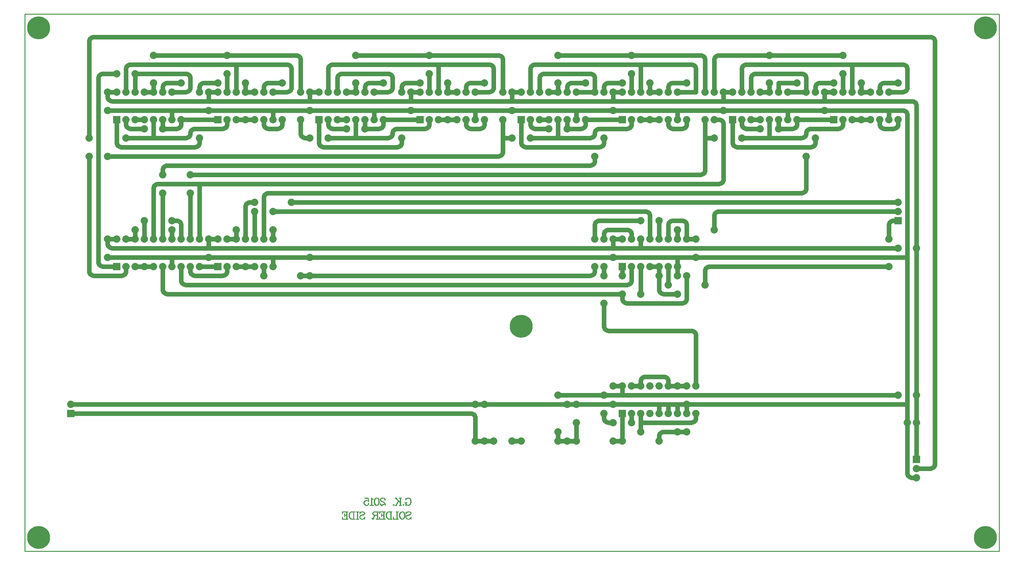
<source format=gbl>
%FSLAX23Y23*%
%MOIN*%
G70*
G01*
G75*
%ADD10C,0.050*%
%ADD11C,0.050*%
%ADD12C,0.010*%
%ADD13C,0.009*%
%ADD14R,0.080X0.080*%
%ADD15C,0.080*%
%ADD16C,0.250*%
D10*
X9595Y6520D02*
X9594Y6530D01*
X9591Y6539D01*
X9587Y6548D01*
X9580Y6555D01*
X9573Y6562D01*
X9564Y6566D01*
X9555Y6569D01*
X9545Y6570D01*
X11695Y6920D02*
X11694Y6930D01*
X11691Y6939D01*
X11687Y6948D01*
X11680Y6955D01*
X11673Y6962D01*
X11664Y6966D01*
X11655Y6969D01*
X11645Y6970D01*
X11445D02*
X11435Y6969D01*
X11426Y6966D01*
X11417Y6962D01*
X11410Y6955D01*
X11403Y6948D01*
X11399Y6939D01*
X11396Y6930D01*
X11395Y6920D01*
X14395Y9920D02*
X14394Y9930D01*
X14391Y9939D01*
X14387Y9948D01*
X14380Y9955D01*
X14373Y9962D01*
X14364Y9966D01*
X14355Y9969D01*
X14345Y9970D01*
X5595Y10020D02*
X5596Y10010D01*
X5599Y10001D01*
X5603Y9992D01*
X5610Y9985D01*
X5617Y9978D01*
X5626Y9974D01*
X5635Y9971D01*
X5645Y9970D01*
X10995Y6520D02*
X10996Y6510D01*
X10999Y6501D01*
X11003Y6492D01*
X11010Y6485D01*
X11017Y6478D01*
X11026Y6474D01*
X11035Y6471D01*
X11045Y6470D01*
X5595Y8420D02*
X5596Y8410D01*
X5599Y8401D01*
X5603Y8392D01*
X5610Y8385D01*
X5617Y8378D01*
X5626Y8374D01*
X5635Y8371D01*
X5645Y8370D01*
X11645Y6370D02*
X11635Y6369D01*
X11626Y6366D01*
X11617Y6362D01*
X11610Y6355D01*
X11603Y6348D01*
X11599Y6339D01*
X11596Y6330D01*
X11595Y6320D01*
X11995Y7420D02*
X11994Y7430D01*
X11991Y7439D01*
X11987Y7448D01*
X11980Y7455D01*
X11973Y7462D01*
X11964Y7466D01*
X11955Y7469D01*
X11945Y7470D01*
Y6470D02*
X11955Y6471D01*
X11964Y6474D01*
X11973Y6478D01*
X11980Y6485D01*
X11987Y6492D01*
X11991Y6501D01*
X11994Y6510D01*
X11995Y6520D01*
X11295Y8520D02*
X11294Y8530D01*
X11291Y8539D01*
X11287Y8548D01*
X11280Y8555D01*
X11273Y8562D01*
X11264Y8566D01*
X11255Y8569D01*
X11245Y8570D01*
X11045D02*
X11035Y8569D01*
X11026Y8566D01*
X11017Y8562D01*
X11010Y8555D01*
X11003Y8548D01*
X10999Y8539D01*
X10996Y8530D01*
X10995Y8520D01*
Y7520D02*
X10996Y7510D01*
X10999Y7501D01*
X11003Y7492D01*
X11010Y7485D01*
X11017Y7478D01*
X11026Y7474D01*
X11035Y7471D01*
X11045Y7470D01*
X14295Y9820D02*
X14294Y9830D01*
X14291Y9839D01*
X14287Y9848D01*
X14280Y9855D01*
X14273Y9862D01*
X14264Y9866D01*
X14255Y9869D01*
X14245Y9870D01*
X14295Y5920D02*
X14296Y5910D01*
X14299Y5901D01*
X14303Y5892D01*
X14310Y5885D01*
X14317Y5878D01*
X14326Y5874D01*
X14335Y5871D01*
X14345Y5870D01*
X14595Y10620D02*
X14594Y10630D01*
X14591Y10639D01*
X14587Y10648D01*
X14580Y10655D01*
X14573Y10662D01*
X14564Y10666D01*
X14555Y10669D01*
X14545Y10670D01*
X6845Y9670D02*
X6855Y9671D01*
X6864Y9674D01*
X6873Y9678D01*
X6880Y9685D01*
X6887Y9692D01*
X6891Y9701D01*
X6894Y9710D01*
X6895Y9720D01*
X14545Y5970D02*
X14555Y5971D01*
X14564Y5974D01*
X14573Y5978D01*
X14580Y5985D01*
X14587Y5992D01*
X14591Y6001D01*
X14594Y6010D01*
X14595Y6020D01*
X6545Y9670D02*
X6535Y9669D01*
X6526Y9666D01*
X6517Y9662D01*
X6510Y9655D01*
X6503Y9648D01*
X6499Y9639D01*
X6496Y9630D01*
X6495Y9620D01*
X6445Y9570D02*
X6455Y9571D01*
X6464Y9574D01*
X6473Y9578D01*
X6480Y9585D01*
X6487Y9592D01*
X6491Y9601D01*
X6494Y9610D01*
X6495Y9620D01*
X5445Y10670D02*
X5435Y10669D01*
X5426Y10666D01*
X5417Y10662D01*
X5410Y10655D01*
X5403Y10648D01*
X5399Y10639D01*
X5396Y10630D01*
X5395Y10620D01*
X11245Y9670D02*
X11255Y9671D01*
X11264Y9674D01*
X11273Y9678D01*
X11280Y9685D01*
X11287Y9692D01*
X11291Y9701D01*
X11294Y9710D01*
X11295Y9720D01*
X9895Y10420D02*
X9894Y10430D01*
X9891Y10439D01*
X9887Y10448D01*
X9880Y10455D01*
X9873Y10462D01*
X9864Y10466D01*
X9855Y10469D01*
X9845Y10470D01*
X10945Y9670D02*
X10935Y9669D01*
X10926Y9666D01*
X10917Y9662D01*
X10910Y9655D01*
X10903Y9648D01*
X10899Y9639D01*
X10896Y9630D01*
X10895Y9620D01*
X10845Y9570D02*
X10855Y9571D01*
X10864Y9574D01*
X10873Y9578D01*
X10880Y9585D01*
X10887Y9592D01*
X10891Y9601D01*
X10894Y9610D01*
X10895Y9620D01*
X9845Y9370D02*
X9855Y9371D01*
X9864Y9374D01*
X9873Y9378D01*
X9880Y9385D01*
X9887Y9392D01*
X9891Y9401D01*
X9894Y9410D01*
X9895Y9420D01*
X5745Y8070D02*
X5755Y8071D01*
X5764Y8074D01*
X5773Y8078D01*
X5780Y8085D01*
X5787Y8092D01*
X5791Y8101D01*
X5794Y8110D01*
X5795Y8120D01*
X5395D02*
X5396Y8110D01*
X5399Y8101D01*
X5403Y8092D01*
X5410Y8085D01*
X5417Y8078D01*
X5426Y8074D01*
X5435Y8071D01*
X5445Y8070D01*
X6645Y10170D02*
X6635Y10169D01*
X6626Y10166D01*
X6617Y10162D01*
X6610Y10155D01*
X6603Y10148D01*
X6599Y10139D01*
X6596Y10130D01*
X6595Y10120D01*
X6545Y9470D02*
X6555Y9471D01*
X6564Y9474D01*
X6573Y9478D01*
X6580Y9485D01*
X6587Y9492D01*
X6591Y9501D01*
X6594Y9510D01*
X6595Y9520D01*
X5695D02*
X5696Y9510D01*
X5699Y9501D01*
X5703Y9492D01*
X5710Y9485D01*
X5717Y9478D01*
X5726Y9474D01*
X5735Y9471D01*
X5745Y9470D01*
X7445Y9670D02*
X7455Y9671D01*
X7464Y9674D01*
X7473Y9678D01*
X7480Y9685D01*
X7487Y9692D01*
X7491Y9701D01*
X7494Y9710D01*
X7495Y9720D01*
X7345Y10170D02*
X7335Y10169D01*
X7326Y10166D01*
X7317Y10162D01*
X7310Y10155D01*
X7303Y10148D01*
X7299Y10139D01*
X7296Y10130D01*
X7295Y10120D01*
Y9720D02*
X7296Y9710D01*
X7299Y9701D01*
X7303Y9692D01*
X7310Y9685D01*
X7317Y9678D01*
X7326Y9674D01*
X7335Y9671D01*
X7345Y9670D01*
X7595Y10320D02*
X7594Y10330D01*
X7591Y10339D01*
X7587Y10348D01*
X7580Y10355D01*
X7573Y10362D01*
X7564Y10366D01*
X7555Y10369D01*
X7545Y10370D01*
Y10070D02*
X7555Y10071D01*
X7564Y10074D01*
X7573Y10078D01*
X7580Y10085D01*
X7587Y10092D01*
X7591Y10101D01*
X7594Y10110D01*
X7595Y10120D01*
X5845Y10370D02*
X5835Y10369D01*
X5826Y10366D01*
X5817Y10362D01*
X5810Y10355D01*
X5803Y10348D01*
X5799Y10339D01*
X5796Y10330D01*
X5795Y10320D01*
X9045Y9670D02*
X9055Y9671D01*
X9064Y9674D01*
X9073Y9678D01*
X9080Y9685D01*
X9087Y9692D01*
X9091Y9701D01*
X9094Y9710D01*
X9095Y9720D01*
X8745Y9670D02*
X8735Y9669D01*
X8726Y9666D01*
X8717Y9662D01*
X8710Y9655D01*
X8703Y9648D01*
X8699Y9639D01*
X8696Y9630D01*
X8695Y9620D01*
X8645Y9570D02*
X8655Y9571D01*
X8664Y9574D01*
X8673Y9578D01*
X8680Y9585D01*
X8687Y9592D01*
X8691Y9601D01*
X8694Y9610D01*
X8695Y9620D01*
X7695Y10420D02*
X7694Y10430D01*
X7691Y10439D01*
X7687Y10448D01*
X7680Y10455D01*
X7673Y10462D01*
X7664Y10466D01*
X7655Y10469D01*
X7645Y10470D01*
X7695Y9620D02*
X7696Y9610D01*
X7699Y9601D01*
X7703Y9592D01*
X7710Y9585D01*
X7717Y9578D01*
X7726Y9574D01*
X7735Y9571D01*
X7745Y9570D01*
X9795Y10320D02*
X9794Y10330D01*
X9791Y10339D01*
X9787Y10348D01*
X9780Y10355D01*
X9773Y10362D01*
X9764Y10366D01*
X9755Y10369D01*
X9745Y10370D01*
Y10070D02*
X9755Y10071D01*
X9764Y10074D01*
X9773Y10078D01*
X9780Y10085D01*
X9787Y10092D01*
X9791Y10101D01*
X9794Y10110D01*
X9795Y10120D01*
X8045Y10370D02*
X8035Y10369D01*
X8026Y10366D01*
X8017Y10362D01*
X8010Y10355D01*
X8003Y10348D01*
X7999Y10339D01*
X7996Y10330D01*
X7995Y10320D01*
X8695Y10220D02*
X8694Y10230D01*
X8691Y10239D01*
X8687Y10248D01*
X8680Y10255D01*
X8673Y10262D01*
X8664Y10266D01*
X8655Y10269D01*
X8645Y10270D01*
Y10070D02*
X8655Y10071D01*
X8664Y10074D01*
X8673Y10078D01*
X8680Y10085D01*
X8687Y10092D01*
X8691Y10101D01*
X8694Y10110D01*
X8695Y10120D01*
X8145Y10270D02*
X8135Y10269D01*
X8126Y10266D01*
X8117Y10262D01*
X8110Y10255D01*
X8103Y10248D01*
X8099Y10239D01*
X8096Y10230D01*
X8095Y10220D01*
X8845Y10170D02*
X8835Y10169D01*
X8826Y10166D01*
X8817Y10162D01*
X8810Y10155D01*
X8803Y10148D01*
X8799Y10139D01*
X8796Y10130D01*
X8795Y10120D01*
X8745Y9470D02*
X8755Y9471D01*
X8764Y9474D01*
X8773Y9478D01*
X8780Y9485D01*
X8787Y9492D01*
X8791Y9501D01*
X8794Y9510D01*
X8795Y9520D01*
X7895D02*
X7896Y9510D01*
X7899Y9501D01*
X7903Y9492D01*
X7910Y9485D01*
X7917Y9478D01*
X7926Y9474D01*
X7935Y9471D01*
X7945Y9470D01*
X8445Y10170D02*
X8435Y10169D01*
X8426Y10166D01*
X8417Y10162D01*
X8410Y10155D01*
X8403Y10148D01*
X8399Y10139D01*
X8396Y10130D01*
X8395Y10120D01*
X8545Y9670D02*
X8555Y9671D01*
X8564Y9674D01*
X8573Y9678D01*
X8580Y9685D01*
X8587Y9692D01*
X8591Y9701D01*
X8594Y9710D01*
X8595Y9720D01*
X7995D02*
X7996Y9710D01*
X7999Y9701D01*
X8003Y9692D01*
X8010Y9685D01*
X8017Y9678D01*
X8026Y9674D01*
X8035Y9671D01*
X8045Y9670D01*
X9645D02*
X9655Y9671D01*
X9664Y9674D01*
X9673Y9678D01*
X9680Y9685D01*
X9687Y9692D01*
X9691Y9701D01*
X9694Y9710D01*
X9695Y9720D01*
X9545Y10170D02*
X9535Y10169D01*
X9526Y10166D01*
X9517Y10162D01*
X9510Y10155D01*
X9503Y10148D01*
X9499Y10139D01*
X9496Y10130D01*
X9495Y10120D01*
Y9720D02*
X9496Y9710D01*
X9499Y9701D01*
X9503Y9692D01*
X9510Y9685D01*
X9517Y9678D01*
X9526Y9674D01*
X9535Y9671D01*
X9545Y9670D01*
X11995Y10320D02*
X11994Y10330D01*
X11991Y10339D01*
X11987Y10348D01*
X11980Y10355D01*
X11973Y10362D01*
X11964Y10366D01*
X11955Y10369D01*
X11945Y10370D01*
X10245D02*
X10235Y10369D01*
X10226Y10366D01*
X10217Y10362D01*
X10210Y10355D01*
X10203Y10348D01*
X10199Y10339D01*
X10196Y10330D01*
X10195Y10320D01*
X10895Y10220D02*
X10894Y10230D01*
X10891Y10239D01*
X10887Y10248D01*
X10880Y10255D01*
X10873Y10262D01*
X10864Y10266D01*
X10855Y10269D01*
X10845Y10270D01*
Y9270D02*
X10855Y9271D01*
X10864Y9274D01*
X10873Y9278D01*
X10880Y9285D01*
X10887Y9292D01*
X10891Y9301D01*
X10894Y9310D01*
X10895Y9320D01*
X10345Y10270D02*
X10335Y10269D01*
X10326Y10266D01*
X10317Y10262D01*
X10310Y10255D01*
X10303Y10248D01*
X10299Y10239D01*
X10296Y10230D01*
X10295Y10220D01*
X6245Y9270D02*
X6235Y9269D01*
X6226Y9266D01*
X6217Y9262D01*
X6210Y9255D01*
X6203Y9248D01*
X6199Y9239D01*
X6196Y9230D01*
X6195Y9220D01*
X10645Y10170D02*
X10635Y10169D01*
X10626Y10166D01*
X10617Y10162D01*
X10610Y10155D01*
X10603Y10148D01*
X10599Y10139D01*
X10596Y10130D01*
X10595Y10120D01*
X10745Y9670D02*
X10755Y9671D01*
X10764Y9674D01*
X10773Y9678D01*
X10780Y9685D01*
X10787Y9692D01*
X10791Y9701D01*
X10794Y9710D01*
X10795Y9720D01*
X10195D02*
X10196Y9710D01*
X10199Y9701D01*
X10203Y9692D01*
X10210Y9685D01*
X10217Y9678D01*
X10226Y9674D01*
X10235Y9671D01*
X10245Y9670D01*
X11045Y10170D02*
X11035Y10169D01*
X11026Y10166D01*
X11017Y10162D01*
X11010Y10155D01*
X11003Y10148D01*
X10999Y10139D01*
X10996Y10130D01*
X10995Y10120D01*
X10945Y9470D02*
X10955Y9471D01*
X10964Y9474D01*
X10973Y9478D01*
X10980Y9485D01*
X10987Y9492D01*
X10991Y9501D01*
X10994Y9510D01*
X10995Y9520D01*
X10095D02*
X10096Y9510D01*
X10099Y9501D01*
X10103Y9492D01*
X10110Y9485D01*
X10117Y9478D01*
X10126Y9474D01*
X10135Y9471D01*
X10145Y9470D01*
X11845Y9670D02*
X11855Y9671D01*
X11864Y9674D01*
X11873Y9678D01*
X11880Y9685D01*
X11887Y9692D01*
X11891Y9701D01*
X11894Y9710D01*
X11895Y9720D01*
X11745Y10170D02*
X11735Y10169D01*
X11726Y10166D01*
X11717Y10162D01*
X11710Y10155D01*
X11703Y10148D01*
X11699Y10139D01*
X11696Y10130D01*
X11695Y10120D01*
Y9720D02*
X11696Y9710D01*
X11699Y9701D01*
X11703Y9692D01*
X11710Y9685D01*
X11717Y9678D01*
X11726Y9674D01*
X11735Y9671D01*
X11745Y9670D01*
X13545D02*
X13555Y9671D01*
X13564Y9674D01*
X13573Y9678D01*
X13580Y9685D01*
X13587Y9692D01*
X13591Y9701D01*
X13594Y9710D01*
X13595Y9720D01*
X12095Y10420D02*
X12094Y10430D01*
X12091Y10439D01*
X12087Y10448D01*
X12080Y10455D01*
X12073Y10462D01*
X12064Y10466D01*
X12055Y10469D01*
X12045Y10470D01*
X13245Y9670D02*
X13235Y9669D01*
X13226Y9666D01*
X13217Y9662D01*
X13210Y9655D01*
X13203Y9648D01*
X13199Y9639D01*
X13196Y9630D01*
X13195Y9620D01*
X13145Y9570D02*
X13155Y9571D01*
X13164Y9574D01*
X13173Y9578D01*
X13180Y9585D01*
X13187Y9592D01*
X13191Y9601D01*
X13194Y9610D01*
X13195Y9620D01*
X12045Y9170D02*
X12055Y9171D01*
X12064Y9174D01*
X12073Y9178D01*
X12080Y9185D01*
X12087Y9192D01*
X12091Y9201D01*
X12094Y9210D01*
X12095Y9220D01*
X6845Y8070D02*
X6855Y8071D01*
X6864Y8074D01*
X6873Y8078D01*
X6880Y8085D01*
X6887Y8092D01*
X6891Y8101D01*
X6894Y8110D01*
X6895Y8120D01*
X6495D02*
X6496Y8110D01*
X6499Y8101D01*
X6503Y8092D01*
X6510Y8085D01*
X6517Y8078D01*
X6526Y8074D01*
X6535Y8071D01*
X6545Y8070D01*
X12295Y9720D02*
X12294Y9730D01*
X12291Y9739D01*
X12287Y9748D01*
X12280Y9755D01*
X12273Y9762D01*
X12264Y9766D01*
X12255Y9769D01*
X12245Y9770D01*
Y9070D02*
X12255Y9071D01*
X12264Y9074D01*
X12273Y9078D01*
X12280Y9085D01*
X12287Y9092D01*
X12291Y9101D01*
X12294Y9110D01*
X12295Y9120D01*
X12245Y10470D02*
X12235Y10469D01*
X12226Y10466D01*
X12217Y10462D01*
X12210Y10455D01*
X12203Y10448D01*
X12199Y10439D01*
X12196Y10430D01*
X12195Y10420D01*
X6145Y9070D02*
X6135Y9069D01*
X6126Y9066D01*
X6117Y9062D01*
X6110Y9055D01*
X6103Y9048D01*
X6099Y9039D01*
X6096Y9030D01*
X6095Y9020D01*
X14295Y10320D02*
X14294Y10330D01*
X14291Y10339D01*
X14287Y10348D01*
X14280Y10355D01*
X14273Y10362D01*
X14264Y10366D01*
X14255Y10369D01*
X14245Y10370D01*
Y10070D02*
X14255Y10071D01*
X14264Y10074D01*
X14273Y10078D01*
X14280Y10085D01*
X14287Y10092D01*
X14291Y10101D01*
X14294Y10110D01*
X14295Y10120D01*
X12545Y10370D02*
X12535Y10369D01*
X12526Y10366D01*
X12517Y10362D01*
X12510Y10355D01*
X12503Y10348D01*
X12499Y10339D01*
X12496Y10330D01*
X12495Y10320D01*
X13195Y10220D02*
X13194Y10230D01*
X13191Y10239D01*
X13187Y10248D01*
X13180Y10255D01*
X13173Y10262D01*
X13164Y10266D01*
X13155Y10269D01*
X13145Y10270D01*
Y8970D02*
X13155Y8971D01*
X13164Y8974D01*
X13173Y8978D01*
X13180Y8985D01*
X13187Y8992D01*
X13191Y9001D01*
X13194Y9010D01*
X13195Y9020D01*
X12645Y10270D02*
X12635Y10269D01*
X12626Y10266D01*
X12617Y10262D01*
X12610Y10255D01*
X12603Y10248D01*
X12599Y10239D01*
X12596Y10230D01*
X12595Y10220D01*
X7345Y8970D02*
X7335Y8969D01*
X7326Y8966D01*
X7317Y8962D01*
X7310Y8955D01*
X7303Y8948D01*
X7299Y8939D01*
X7296Y8930D01*
X7295Y8920D01*
X13345Y10170D02*
X13335Y10169D01*
X13326Y10166D01*
X13317Y10162D01*
X13310Y10155D01*
X13303Y10148D01*
X13299Y10139D01*
X13296Y10130D01*
X13295Y10120D01*
X13245Y9470D02*
X13255Y9471D01*
X13264Y9474D01*
X13273Y9478D01*
X13280Y9485D01*
X13287Y9492D01*
X13291Y9501D01*
X13294Y9510D01*
X13295Y9520D01*
X12395D02*
X12396Y9510D01*
X12399Y9501D01*
X12403Y9492D01*
X12410Y9485D01*
X12417Y9478D01*
X12426Y9474D01*
X12435Y9471D01*
X12445Y9470D01*
X14145Y9670D02*
X14155Y9671D01*
X14164Y9674D01*
X14173Y9678D01*
X14180Y9685D01*
X14187Y9692D01*
X14191Y9701D01*
X14194Y9710D01*
X14195Y9720D01*
X14045Y10170D02*
X14035Y10169D01*
X14026Y10166D01*
X14017Y10162D01*
X14010Y10155D01*
X14003Y10148D01*
X13999Y10139D01*
X13996Y10130D01*
X13995Y10120D01*
Y9720D02*
X13996Y9710D01*
X13999Y9701D01*
X14003Y9692D01*
X14010Y9685D01*
X14017Y9678D01*
X14026Y9674D01*
X14035Y9671D01*
X14045Y9670D01*
X13045D02*
X13055Y9671D01*
X13064Y9674D01*
X13073Y9678D01*
X13080Y9685D01*
X13087Y9692D01*
X13091Y9701D01*
X13094Y9710D01*
X13095Y9720D01*
X12495D02*
X12496Y9710D01*
X12499Y9701D01*
X12503Y9692D01*
X12510Y9685D01*
X12517Y9678D01*
X12526Y9674D01*
X12535Y9671D01*
X12545Y9670D01*
X7145Y8870D02*
X7135Y8869D01*
X7126Y8866D01*
X7117Y8862D01*
X7110Y8855D01*
X7103Y8848D01*
X7099Y8839D01*
X7096Y8830D01*
X7095Y8820D01*
X10945Y8670D02*
X10935Y8669D01*
X10926Y8666D01*
X10917Y8662D01*
X10910Y8655D01*
X10903Y8648D01*
X10899Y8639D01*
X10896Y8630D01*
X10895Y8620D01*
X10845Y8070D02*
X10855Y8071D01*
X10864Y8074D01*
X10873Y8078D01*
X10880Y8085D01*
X10887Y8092D01*
X10891Y8101D01*
X10894Y8110D01*
X10895Y8120D01*
X11495Y8720D02*
X11494Y8730D01*
X11491Y8739D01*
X11487Y8748D01*
X11480Y8755D01*
X11473Y8762D01*
X11464Y8766D01*
X11455Y8769D01*
X11445Y8770D01*
X11895Y8620D02*
X11894Y8630D01*
X11891Y8639D01*
X11887Y8648D01*
X11880Y8655D01*
X11873Y8662D01*
X11864Y8666D01*
X11855Y8669D01*
X11845Y8670D01*
X11745D02*
X11735Y8669D01*
X11726Y8666D01*
X11717Y8662D01*
X11710Y8655D01*
X11703Y8648D01*
X11699Y8639D01*
X11696Y8630D01*
X11695Y8620D01*
X12245Y8770D02*
X12235Y8769D01*
X12226Y8766D01*
X12217Y8762D01*
X12210Y8755D01*
X12203Y8748D01*
X12199Y8739D01*
X12196Y8730D01*
X12195Y8720D01*
X14145Y8670D02*
X14135Y8669D01*
X14126Y8666D01*
X14117Y8662D01*
X14110Y8655D01*
X14103Y8648D01*
X14099Y8639D01*
X14096Y8630D01*
X14095Y8620D01*
X12145Y8170D02*
X12135Y8169D01*
X12126Y8166D01*
X12117Y8162D01*
X12110Y8155D01*
X12103Y8148D01*
X12099Y8139D01*
X12096Y8130D01*
X12095Y8120D01*
X11845Y7770D02*
X11855Y7771D01*
X11864Y7774D01*
X11873Y7778D01*
X11880Y7785D01*
X11887Y7792D01*
X11891Y7801D01*
X11894Y7810D01*
X11895Y7820D01*
X11195D02*
X11196Y7810D01*
X11199Y7801D01*
X11203Y7792D01*
X11210Y7785D01*
X11217Y7778D01*
X11226Y7774D01*
X11235Y7771D01*
X11245Y7770D01*
X6195Y7920D02*
X6196Y7910D01*
X6199Y7901D01*
X6203Y7892D01*
X6210Y7885D01*
X6217Y7878D01*
X6226Y7874D01*
X6235Y7871D01*
X6245Y7870D01*
X11595Y7920D02*
X11596Y7910D01*
X11599Y7901D01*
X11603Y7892D01*
X11610Y7885D01*
X11617Y7878D01*
X11626Y7874D01*
X11635Y7871D01*
X11645Y7870D01*
X11245Y7970D02*
X11255Y7971D01*
X11264Y7974D01*
X11273Y7978D01*
X11280Y7985D01*
X11287Y7992D01*
X11291Y8001D01*
X11294Y8010D01*
X11295Y8020D01*
X6395D02*
X6396Y8010D01*
X6399Y8001D01*
X6403Y7992D01*
X6410Y7985D01*
X6417Y7978D01*
X6426Y7974D01*
X6435Y7971D01*
X6445Y7970D01*
X6395Y8620D02*
X6394Y8630D01*
X6391Y8639D01*
X6387Y8648D01*
X6380Y8655D01*
X6373Y8662D01*
X6364Y8666D01*
X6355Y8669D01*
X6345Y8670D01*
X6495Y10220D02*
X6494Y10230D01*
X6491Y10239D01*
X6487Y10248D01*
X6480Y10255D01*
X6473Y10262D01*
X6464Y10266D01*
X6455Y10269D01*
X6445Y10270D01*
Y10070D02*
X6455Y10071D01*
X6464Y10074D01*
X6473Y10078D01*
X6480Y10085D01*
X6487Y10092D01*
X6491Y10101D01*
X6494Y10110D01*
X6495Y10120D01*
X5545Y10270D02*
X5535Y10269D01*
X5526Y10266D01*
X5517Y10262D01*
X5510Y10255D01*
X5503Y10248D01*
X5499Y10239D01*
X5496Y10230D01*
X5495Y10220D01*
Y8220D02*
X5496Y8210D01*
X5499Y8201D01*
X5503Y8192D01*
X5510Y8185D01*
X5517Y8178D01*
X5526Y8174D01*
X5535Y8171D01*
X5545Y8170D01*
X6245Y10170D02*
X6235Y10169D01*
X6226Y10166D01*
X6217Y10162D01*
X6210Y10155D01*
X6203Y10148D01*
X6199Y10139D01*
X6196Y10130D01*
X6195Y10120D01*
X6345Y9670D02*
X6355Y9671D01*
X6364Y9674D01*
X6373Y9678D01*
X6380Y9685D01*
X6387Y9692D01*
X6391Y9701D01*
X6394Y9710D01*
X6395Y9720D01*
X5795D02*
X5796Y9710D01*
X5799Y9701D01*
X5803Y9692D01*
X5810Y9685D01*
X5817Y9678D01*
X5826Y9674D01*
X5835Y9671D01*
X5845Y9670D01*
X9595Y6270D02*
Y6520D01*
X5195Y6570D02*
X9545D01*
X11695Y6870D02*
Y6920D01*
X11445Y6970D02*
X11645D01*
X11395Y6870D02*
Y6920D01*
X5645Y9970D02*
X14345D01*
X5645Y8370D02*
X14195D01*
X14395Y6070D02*
Y9920D01*
X10495Y6770D02*
X14195D01*
X13395Y9970D02*
Y10070D01*
X12295Y9970D02*
Y10070D01*
X11095Y9970D02*
Y10070D01*
X11395Y8370D02*
Y8470D01*
X11095Y8370D02*
Y8470D01*
X11195Y6770D02*
Y6870D01*
X9995Y9970D02*
Y10070D01*
X8895Y9970D02*
Y10070D01*
X7795Y9970D02*
Y10070D01*
X6695Y9970D02*
Y10070D01*
X5595Y10020D02*
Y10070D01*
X10995Y6520D02*
Y6570D01*
X11045Y6470D02*
X11095D01*
X5595Y8420D02*
Y8470D01*
X6695Y8370D02*
Y8470D01*
X11645Y6370D02*
X11895D01*
X11595Y6270D02*
Y6320D01*
X11395Y6370D02*
Y6570D01*
X11995Y6870D02*
Y7420D01*
X11295Y8470D02*
Y8520D01*
X11995Y6520D02*
Y6570D01*
X11395Y6470D02*
X11945D01*
X11045Y8570D02*
X11245D01*
X10995Y8470D02*
Y8520D01*
X11045Y7470D02*
X11945D01*
X10995Y7520D02*
Y7770D01*
X5595Y9870D02*
X14245D01*
X5595Y8270D02*
X14295D01*
X11795Y8070D02*
Y8270D01*
X11695Y6870D02*
X11895D01*
X14295Y5920D02*
Y9820D01*
X5195Y6670D02*
X14295D01*
X14095Y9770D02*
Y9870D01*
X12995Y9770D02*
Y9870D01*
X11795Y9770D02*
Y9870D01*
X14345Y5870D02*
X14395D01*
X11895Y6570D02*
Y6670D01*
X11795Y6570D02*
Y6670D01*
X11695Y6570D02*
Y6670D01*
X11595Y6570D02*
Y6670D01*
X10695Y9770D02*
Y9870D01*
X9595Y9770D02*
Y9870D01*
X8495Y9770D02*
Y9870D01*
X7395Y9770D02*
Y9870D01*
X6295Y9770D02*
Y9870D01*
X7395Y8170D02*
Y8270D01*
X6295Y8170D02*
Y8270D01*
X5795Y9570D02*
X6445D01*
X6545Y9670D02*
X6845D01*
X14595Y6020D02*
Y10620D01*
X14395Y5970D02*
X14545D01*
X5445Y10670D02*
X14545D01*
X6095Y9570D02*
Y9770D01*
X5395Y9570D02*
Y10620D01*
X10195Y9570D02*
X10845D01*
X9895Y9420D02*
Y9770D01*
X8295Y10470D02*
X9845D01*
X10945Y9670D02*
X11245D01*
X9895Y10070D02*
Y10420D01*
X10495Y9570D02*
Y9770D01*
X9895Y9570D02*
X9995D01*
X5595Y9370D02*
X9845D01*
X5445Y8070D02*
X5745D01*
X5395Y8120D02*
Y9370D01*
X6645Y10170D02*
X6795D01*
X6595Y10070D02*
Y10120D01*
X5745Y9470D02*
X6545D01*
X5695Y9520D02*
Y9770D01*
X6895Y9720D02*
Y9770D01*
X7345Y10170D02*
X7495D01*
Y9720D02*
Y9770D01*
X7295Y10070D02*
Y10120D01*
X7345Y9670D02*
X7445D01*
X7295Y9720D02*
Y9770D01*
X5845Y10370D02*
X7545D01*
X7595Y10120D02*
Y10320D01*
X7395Y10070D02*
X7545D01*
X6995D02*
Y10370D01*
X5795Y10070D02*
Y10320D01*
X7995Y9570D02*
X8645D01*
X6095Y10470D02*
X7645D01*
X8745Y9670D02*
X9045D01*
X7695Y10070D02*
Y10420D01*
X8295Y9570D02*
Y9770D01*
X7745Y9570D02*
X7795D01*
X7695Y9620D02*
Y9770D01*
X8045Y10370D02*
X9745D01*
X9795Y10120D02*
Y10320D01*
X9595Y10070D02*
X9745D01*
X9195D02*
Y10370D01*
X7995Y10070D02*
Y10320D01*
X8695Y10120D02*
Y10220D01*
X8495Y10070D02*
X8645D01*
X8145Y10270D02*
X8645D01*
X8095Y10070D02*
Y10220D01*
X8845Y10170D02*
X8995D01*
X8795Y10070D02*
Y10120D01*
X7945Y9470D02*
X8745D01*
X7895Y9520D02*
Y9770D01*
X8445Y10170D02*
X8595D01*
X8395Y10070D02*
Y10120D01*
X8595Y9720D02*
Y9770D01*
X7995Y9720D02*
Y9770D01*
X8395Y9670D02*
X8545D01*
X8045D02*
X8195D01*
X8795Y9520D02*
Y9570D01*
X9095Y9720D02*
Y9770D01*
X9545Y9670D02*
X9645D01*
X9545Y10170D02*
X9695D01*
X9495Y10070D02*
Y10120D01*
Y9720D02*
Y9770D01*
X9695Y9720D02*
Y9770D01*
X10245Y10370D02*
X11945D01*
X11995Y10070D02*
Y10320D01*
X11395Y10070D02*
Y10370D01*
X10195Y10070D02*
Y10320D01*
X10895Y10070D02*
Y10220D01*
X10345Y10270D02*
X10845D01*
X6245Y9270D02*
X10845D01*
X10295Y10070D02*
Y10220D01*
X6195Y9170D02*
Y9220D01*
X10645Y10170D02*
X10795D01*
X10595Y10070D02*
Y10120D01*
X10195Y9720D02*
Y9770D01*
X10595Y9670D02*
X10745D01*
X10245D02*
X10395D01*
X11045Y10170D02*
X11195D01*
X10995Y10070D02*
Y10120D01*
X10145Y9470D02*
X10945D01*
X10095Y9520D02*
Y9770D01*
X11745Y9670D02*
X11845D01*
X11745Y10170D02*
X11895D01*
X11695Y10070D02*
Y10120D01*
Y9720D02*
Y9770D01*
X12495Y9570D02*
X13145D01*
X12095Y9220D02*
Y9770D01*
X10495Y10470D02*
X12045D01*
X13245Y9670D02*
X13545D01*
X12095Y10070D02*
Y10420D01*
X12795Y9570D02*
Y9770D01*
X12095Y9570D02*
X12195D01*
X6495Y9170D02*
X12045D01*
X6545Y8070D02*
X6845D01*
X6495Y8120D02*
Y8170D01*
X12245Y10470D02*
X13595D01*
X6145Y9070D02*
X12245D01*
X12295Y9120D02*
Y9720D01*
X12195Y9770D02*
X12245D01*
X12195Y10070D02*
Y10420D01*
X6595Y8470D02*
Y9070D01*
X6095Y8470D02*
Y9020D01*
X12545Y10370D02*
X14245D01*
X14295Y10120D02*
Y10320D01*
X14095Y10070D02*
X14245D01*
X13695D02*
Y10370D01*
X12495Y10070D02*
Y10320D01*
X13195Y10070D02*
Y10220D01*
X12645Y10270D02*
X13145D01*
X12595Y10070D02*
Y10220D01*
X7345Y8970D02*
X13145D01*
X7295Y8470D02*
Y8920D01*
X13345Y10170D02*
X13495D01*
X13295Y10070D02*
Y10120D01*
X12445Y9470D02*
X13245D01*
X12395Y9520D02*
Y9770D01*
X14045Y9670D02*
X14145D01*
X14045Y10170D02*
X14195D01*
X13995Y10070D02*
Y10120D01*
Y9720D02*
Y9770D01*
X14195Y9720D02*
Y9770D01*
X13595Y9720D02*
Y9770D01*
X13095Y9720D02*
Y9770D01*
X12495Y9720D02*
Y9770D01*
X12895Y9670D02*
X13045D01*
X12545D02*
X12695D01*
X13295Y9520D02*
Y9570D01*
X11895Y9720D02*
Y9770D01*
X11295Y9720D02*
Y9770D01*
X10795Y9720D02*
Y9770D01*
X10995Y9520D02*
Y9570D01*
X10895Y9320D02*
Y9370D01*
X13195Y9020D02*
Y9370D01*
X7145Y8870D02*
X7195D01*
X7095Y8470D02*
Y8820D01*
X7695Y8070D02*
X10845D01*
X10945Y8670D02*
X11395D01*
X10895Y8470D02*
Y8620D01*
X7395Y8770D02*
X11445D01*
X11495Y8470D02*
Y8720D01*
X11895Y8470D02*
Y8620D01*
X11745Y8670D02*
X11845D01*
X11695Y8470D02*
Y8620D01*
X12245Y8770D02*
X14195D01*
X12195Y8570D02*
Y8720D01*
X14145Y8670D02*
X14195D01*
X14095Y8470D02*
Y8620D01*
X12145Y8170D02*
X14095D01*
X12095Y7970D02*
Y8120D01*
X11195Y7820D02*
Y7870D01*
X11895Y7820D02*
Y8070D01*
X11245Y7770D02*
X11845D01*
X6195Y7920D02*
Y8170D01*
X6245Y7870D02*
X11195D01*
X11595Y7920D02*
Y8170D01*
X11645Y7870D02*
X11795D01*
X6395Y8470D02*
Y8620D01*
Y8020D02*
Y8170D01*
X11295Y8020D02*
Y8170D01*
X6445Y7970D02*
X11245D01*
X6295Y8670D02*
X6345D01*
X10895Y8120D02*
Y8170D01*
X6895Y8120D02*
Y8170D01*
X5795Y8120D02*
Y8170D01*
X5895Y10270D02*
X6445D01*
X6495Y10120D02*
Y10220D01*
X6295Y10070D02*
X6445D01*
X5545Y10270D02*
X5695D01*
X5545Y8170D02*
X5695D01*
X5495Y8220D02*
Y10220D01*
X6245Y10170D02*
X6395D01*
X6195Y10070D02*
Y10120D01*
X6395Y9720D02*
Y9770D01*
X5795Y9720D02*
Y9770D01*
X6195Y9670D02*
X6345D01*
X5845D02*
X5995D01*
X6595Y9520D02*
Y9570D01*
X9595Y6270D02*
X9795D01*
X9995D02*
X10095D01*
X10495D02*
X10695D01*
X10495D02*
Y6370D01*
X10695Y6270D02*
Y6470D01*
X11095Y6270D02*
X11195D01*
Y6570D01*
X11295Y6470D02*
Y6570D01*
Y6870D02*
X11395D01*
X11095D02*
X11195D01*
X10995Y8070D02*
Y8170D01*
X11595Y8470D02*
Y8670D01*
X7195Y8470D02*
Y8770D01*
X6495Y8470D02*
Y8970D01*
X6195Y8470D02*
Y8970D01*
X7595Y8870D02*
X14195D01*
X11395Y7870D02*
Y8170D01*
X11695Y7970D02*
Y8170D01*
X11895Y8470D02*
X11995D01*
X11795D02*
Y8570D01*
X11495Y8170D02*
X11595D01*
X11195Y8070D02*
Y8170D01*
X7295Y8070D02*
Y8170D01*
X11095Y8470D02*
X11195D01*
X5995D02*
Y8670D01*
X12295Y10070D02*
X12395D01*
X6595Y8170D02*
X6795D01*
X6995Y8470D02*
Y8570D01*
X6895Y8470D02*
X6995D01*
X7395D02*
Y8570D01*
X6995Y8170D02*
X7195D01*
X6695Y8470D02*
X6795D01*
X6295D02*
Y8570D01*
X5895Y8470D02*
Y8570D01*
X5795Y8470D02*
X5895D01*
Y8170D02*
X6095D01*
X5595Y8470D02*
X5695D01*
X13095Y9770D02*
X13495D01*
X13595Y10070D02*
Y10270D01*
X13795Y10070D02*
Y10170D01*
X13695Y9770D02*
X13895D01*
X13795Y10070D02*
X13895D01*
X13395D02*
X13495D01*
X12795D02*
Y10170D01*
X12695Y10070D02*
X12795D01*
X12895Y9670D02*
Y9770D01*
Y10170D02*
X13095D01*
X12895Y10070D02*
Y10170D01*
X12995Y10070D02*
X13195D01*
X12595Y9770D02*
X12695D01*
X11495Y10070D02*
Y10170D01*
X11295Y10070D02*
Y10270D01*
X10795Y9770D02*
X11195D01*
X11795Y10070D02*
X11995D01*
X11495D02*
X11595D01*
X11395Y9770D02*
X11595D01*
X11095Y10070D02*
X11195D01*
X10595Y9670D02*
Y9770D01*
X10495Y10070D02*
Y10170D01*
X10395Y10070D02*
X10495D01*
X10695D02*
X10895D01*
X10295Y9770D02*
X10395D01*
X9995Y10070D02*
X10095D01*
X6895D02*
Y10270D01*
X9095Y10070D02*
Y10270D01*
X8295Y10070D02*
Y10170D01*
X8195Y10070D02*
X8295D01*
X9295D02*
Y10170D01*
Y10070D02*
X9395D01*
X9195Y9770D02*
X9395D01*
X8895Y10070D02*
X8995D01*
X8595Y9770D02*
X8995D01*
X6095Y10070D02*
Y10170D01*
X8095Y9770D02*
X8195D01*
X8395Y9670D02*
Y9770D01*
X7795Y10070D02*
X7895D01*
X7095D02*
Y10170D01*
Y10070D02*
X7195D01*
X6995Y9770D02*
X7195D01*
X6695Y10070D02*
X6795D01*
X6395Y9770D02*
X6795D01*
X6195Y9670D02*
Y9770D01*
X5895Y10070D02*
Y10270D01*
X5995Y10070D02*
X6095D01*
X5895Y9770D02*
X5995D01*
X5595Y10070D02*
X5695D01*
D11*
X10945Y9670D02*
D03*
D03*
X8645Y9570D02*
D03*
D03*
X8795Y10070D02*
D03*
D03*
X10245Y10370D02*
D03*
D03*
X13245Y9670D02*
D03*
D03*
X12545Y10370D02*
D03*
D03*
X11745Y8670D02*
D03*
D03*
D12*
X4695Y5070D02*
Y10920D01*
X15295D01*
Y5070D02*
Y10920D01*
X4695Y5070D02*
X15295D01*
X4695Y10920D02*
X15295D01*
Y5070D02*
Y10920D01*
X4695Y5070D02*
X15295D01*
X4695D02*
Y10920D01*
D13*
X8845Y5489D02*
X8842Y5500D01*
Y5477D01*
X8845Y5489D01*
X8853Y5496D01*
X8865Y5500D01*
X8876D01*
X8887Y5496D01*
X8895Y5489D01*
Y5481D01*
X8891Y5473D01*
X8887Y5470D01*
X8880Y5466D01*
X8857Y5458D01*
X8849Y5454D01*
X8842Y5447D01*
X8895Y5481D02*
X8887Y5473D01*
X8880Y5470D01*
X8857Y5462D01*
X8849Y5458D01*
X8845Y5454D01*
X8842Y5447D01*
Y5431D01*
X8849Y5424D01*
X8861Y5420D01*
X8872D01*
X8884Y5424D01*
X8891Y5431D01*
X8895Y5443D01*
Y5420D01*
X8891Y5431D01*
X8803Y5500D02*
X8815Y5496D01*
X8822Y5489D01*
X8826Y5481D01*
X8830Y5466D01*
Y5454D01*
X8826Y5439D01*
X8822Y5431D01*
X8815Y5424D01*
X8803Y5420D01*
X8796D01*
X8784Y5424D01*
X8777Y5431D01*
X8773Y5439D01*
X8769Y5454D01*
Y5466D01*
X8773Y5481D01*
X8777Y5489D01*
X8784Y5496D01*
X8796Y5500D01*
X8803D01*
X8811Y5496D01*
X8818Y5489D01*
X8822Y5481D01*
X8826Y5466D01*
Y5454D01*
X8822Y5439D01*
X8818Y5431D01*
X8811Y5424D01*
X8803Y5420D01*
X8796D02*
X8788Y5424D01*
X8780Y5431D01*
X8777Y5439D01*
X8773Y5454D01*
Y5466D01*
X8777Y5481D01*
X8780Y5489D01*
X8788Y5496D01*
X8796Y5500D01*
X8746D02*
Y5420D01*
X8743Y5500D02*
Y5420D01*
X8758Y5500D02*
X8731D01*
X8758Y5420D02*
X8701D01*
Y5443D01*
X8705Y5420D01*
X8678Y5500D02*
Y5420D01*
X8674Y5500D02*
Y5420D01*
X8689Y5500D02*
X8651D01*
X8640Y5496D01*
X8632Y5489D01*
X8628Y5481D01*
X8625Y5470D01*
Y5450D01*
X8628Y5439D01*
X8632Y5431D01*
X8640Y5424D01*
X8651Y5420D01*
X8689D01*
X8651Y5500D02*
X8644Y5496D01*
X8636Y5489D01*
X8632Y5481D01*
X8628Y5470D01*
Y5450D01*
X8632Y5439D01*
X8636Y5431D01*
X8644Y5424D01*
X8651Y5420D01*
X8602Y5500D02*
Y5420D01*
X8599Y5500D02*
Y5420D01*
X8576Y5477D02*
Y5447D01*
X8614Y5500D02*
X8553D01*
Y5477D01*
X8557Y5500D01*
X8599Y5462D02*
X8576D01*
X8614Y5420D02*
X8553D01*
Y5443D01*
X8557Y5420D01*
X8531Y5500D02*
Y5420D01*
X8527Y5500D02*
Y5420D01*
X8542Y5500D02*
X8496D01*
X8485Y5496D01*
X8481Y5492D01*
X8477Y5485D01*
Y5477D01*
X8481Y5470D01*
X8485Y5466D01*
X8496Y5462D01*
X8527D01*
X8496Y5500D02*
X8489Y5496D01*
X8485Y5492D01*
X8481Y5485D01*
Y5477D01*
X8485Y5470D01*
X8489Y5466D01*
X8496Y5462D01*
X8542Y5420D02*
X8515D01*
X8508Y5462D02*
X8500Y5458D01*
X8496Y5454D01*
X8485Y5428D01*
X8481Y5424D01*
X8477D01*
X8473Y5428D01*
X8500Y5458D02*
X8496Y5450D01*
X8489Y5424D01*
X8485Y5420D01*
X8477D01*
X8473Y5428D01*
Y5431D01*
X8342Y5489D02*
X8338Y5500D01*
Y5477D01*
X8342Y5489D01*
X8349Y5496D01*
X8361Y5500D01*
X8372D01*
X8383Y5496D01*
X8391Y5489D01*
Y5481D01*
X8387Y5473D01*
X8383Y5470D01*
X8376Y5466D01*
X8353Y5458D01*
X8345Y5454D01*
X8338Y5447D01*
X8391Y5481D02*
X8383Y5473D01*
X8376Y5470D01*
X8353Y5462D01*
X8345Y5458D01*
X8342Y5454D01*
X8338Y5447D01*
Y5431D01*
X8345Y5424D01*
X8357Y5420D01*
X8368D01*
X8380Y5424D01*
X8387Y5431D01*
X8391Y5443D01*
Y5420D01*
X8387Y5431D01*
X8315Y5500D02*
Y5420D01*
X8311Y5500D02*
Y5420D01*
X8326Y5500D02*
X8299D01*
X8326Y5420D02*
X8299D01*
X8273Y5500D02*
Y5420D01*
X8270Y5500D02*
Y5420D01*
X8285Y5500D02*
X8247D01*
X8235Y5496D01*
X8228Y5489D01*
X8224Y5481D01*
X8220Y5470D01*
Y5450D01*
X8224Y5439D01*
X8228Y5431D01*
X8235Y5424D01*
X8247Y5420D01*
X8285D01*
X8247Y5500D02*
X8239Y5496D01*
X8232Y5489D01*
X8228Y5481D01*
X8224Y5470D01*
Y5450D01*
X8228Y5439D01*
X8232Y5431D01*
X8239Y5424D01*
X8247Y5420D01*
X8198Y5500D02*
Y5420D01*
X8194Y5500D02*
Y5420D01*
X8171Y5477D02*
Y5447D01*
X8209Y5500D02*
X8148D01*
Y5477D01*
X8152Y5500D01*
X8194Y5462D02*
X8171D01*
X8209Y5420D02*
X8148D01*
Y5443D01*
X8152Y5420D01*
X8842Y5639D02*
X8838Y5627D01*
Y5650D01*
X8842Y5639D01*
X8849Y5646D01*
X8861Y5650D01*
X8868D01*
X8880Y5646D01*
X8887Y5639D01*
X8891Y5631D01*
X8895Y5620D01*
Y5600D01*
X8891Y5589D01*
X8887Y5581D01*
X8880Y5574D01*
X8868Y5570D01*
X8861D01*
X8849Y5574D01*
X8842Y5581D01*
X8868Y5650D02*
X8876Y5646D01*
X8884Y5639D01*
X8887Y5631D01*
X8891Y5620D01*
Y5600D01*
X8887Y5589D01*
X8884Y5581D01*
X8876Y5574D01*
X8868Y5570D01*
X8842Y5600D02*
Y5570D01*
X8838Y5600D02*
Y5570D01*
X8853Y5600D02*
X8826D01*
X8812Y5578D02*
X8816Y5574D01*
X8812Y5570D01*
X8809Y5574D01*
X8812Y5578D01*
X8781Y5650D02*
Y5570D01*
X8777Y5650D02*
Y5570D01*
X8727Y5650D02*
X8777Y5600D01*
X8758Y5616D02*
X8727Y5570D01*
X8762Y5616D02*
X8731Y5570D01*
X8792Y5650D02*
X8766D01*
X8743D02*
X8720D01*
X8792Y5570D02*
X8766D01*
X8743D02*
X8720D01*
X8706Y5578D02*
X8710Y5574D01*
X8706Y5570D01*
X8702Y5574D01*
X8706Y5578D01*
X8610Y5635D02*
X8606Y5631D01*
X8610Y5627D01*
X8614Y5631D01*
Y5635D01*
X8610Y5642D01*
X8606Y5646D01*
X8595Y5650D01*
X8580D01*
X8568Y5646D01*
X8564Y5642D01*
X8561Y5635D01*
Y5627D01*
X8564Y5620D01*
X8576Y5612D01*
X8595Y5604D01*
X8602Y5600D01*
X8610Y5593D01*
X8614Y5581D01*
Y5570D01*
X8580Y5650D02*
X8572Y5646D01*
X8568Y5642D01*
X8564Y5635D01*
Y5627D01*
X8568Y5620D01*
X8580Y5612D01*
X8595Y5604D01*
X8614Y5578D02*
X8610Y5581D01*
X8602D01*
X8583Y5574D01*
X8572D01*
X8564Y5578D01*
X8561Y5581D01*
Y5589D01*
X8602Y5581D02*
X8583Y5570D01*
X8568D01*
X8564Y5574D01*
X8561Y5581D01*
X8526Y5650D02*
X8537Y5646D01*
X8545Y5635D01*
X8549Y5616D01*
Y5604D01*
X8545Y5585D01*
X8537Y5574D01*
X8526Y5570D01*
X8518D01*
X8507Y5574D01*
X8499Y5585D01*
X8495Y5604D01*
Y5616D01*
X8499Y5635D01*
X8507Y5646D01*
X8518Y5650D01*
X8526D01*
X8534Y5646D01*
X8537Y5642D01*
X8541Y5635D01*
X8545Y5616D01*
Y5604D01*
X8541Y5585D01*
X8537Y5578D01*
X8534Y5574D01*
X8526Y5570D01*
X8518D02*
X8511Y5574D01*
X8507Y5578D01*
X8503Y5585D01*
X8499Y5604D01*
Y5616D01*
X8503Y5635D01*
X8507Y5642D01*
X8511Y5646D01*
X8518Y5650D01*
X8484Y5635D02*
X8476Y5639D01*
X8465Y5650D01*
Y5570D01*
X8468Y5646D02*
Y5570D01*
X8484D02*
X8449D01*
X8428Y5650D02*
X8436Y5612D01*
X8428Y5620D01*
X8417Y5623D01*
X8405D01*
X8394Y5620D01*
X8386Y5612D01*
X8382Y5600D01*
Y5593D01*
X8386Y5581D01*
X8394Y5574D01*
X8405Y5570D01*
X8417D01*
X8428Y5574D01*
X8432Y5578D01*
X8436Y5585D01*
Y5589D01*
X8432Y5593D01*
X8428Y5589D01*
X8432Y5585D01*
X8405Y5623D02*
X8398Y5620D01*
X8390Y5612D01*
X8386Y5600D01*
Y5593D01*
X8390Y5581D01*
X8398Y5574D01*
X8405Y5570D01*
X8428Y5650D02*
X8390D01*
X8428Y5646D02*
X8409D01*
X8390Y5650D01*
D14*
X5195Y6570D02*
D03*
X14395Y6070D02*
D03*
X14195Y8670D02*
D03*
X5695Y8170D02*
D03*
X6795D02*
D03*
X5695Y9770D02*
D03*
X11195Y8170D02*
D03*
Y6570D02*
D03*
X6795Y9770D02*
D03*
X7895D02*
D03*
X8995D02*
D03*
X10095D02*
D03*
X11195D02*
D03*
X12395D02*
D03*
X13495D02*
D03*
D15*
X5195Y6670D02*
D03*
X14395Y5870D02*
D03*
Y5970D02*
D03*
X14195Y8770D02*
D03*
Y8870D02*
D03*
X10495Y6770D02*
D03*
Y6370D02*
D03*
X14295Y6470D02*
D03*
X14395D02*
D03*
X7795Y9870D02*
D03*
Y10070D02*
D03*
X10495Y6270D02*
D03*
X10095D02*
D03*
X5795Y8170D02*
D03*
X5895D02*
D03*
X5995D02*
D03*
X6095D02*
D03*
X6195D02*
D03*
X6295D02*
D03*
Y8470D02*
D03*
X6195D02*
D03*
X6095D02*
D03*
X5995D02*
D03*
X5895D02*
D03*
X5795D02*
D03*
X5695D02*
D03*
X6895Y8170D02*
D03*
X6995D02*
D03*
X7095D02*
D03*
X7195D02*
D03*
X7295D02*
D03*
X7395D02*
D03*
Y8470D02*
D03*
X7295D02*
D03*
X7195D02*
D03*
X7095D02*
D03*
X6995D02*
D03*
X6895D02*
D03*
X6795D02*
D03*
X5795Y9770D02*
D03*
X5895D02*
D03*
X5995D02*
D03*
X6095D02*
D03*
X6195D02*
D03*
X6295D02*
D03*
Y10070D02*
D03*
X6195D02*
D03*
X6095D02*
D03*
X5995D02*
D03*
X5895D02*
D03*
X5795D02*
D03*
X5695D02*
D03*
X11295Y8170D02*
D03*
X11395D02*
D03*
X11495D02*
D03*
X11595D02*
D03*
X11695D02*
D03*
X11795D02*
D03*
Y8470D02*
D03*
X11695D02*
D03*
X11595D02*
D03*
X11495D02*
D03*
X11395D02*
D03*
X11295D02*
D03*
X11195D02*
D03*
Y6870D02*
D03*
X11295D02*
D03*
X11395D02*
D03*
X11495D02*
D03*
X11595D02*
D03*
X11695D02*
D03*
X11795D02*
D03*
Y6570D02*
D03*
X11695D02*
D03*
X11595D02*
D03*
X11495D02*
D03*
X11395D02*
D03*
X11295D02*
D03*
X6895Y9770D02*
D03*
X6995D02*
D03*
X7095D02*
D03*
X7195D02*
D03*
X7295D02*
D03*
X7395D02*
D03*
Y10070D02*
D03*
X7295D02*
D03*
X7195D02*
D03*
X7095D02*
D03*
X6995D02*
D03*
X6895D02*
D03*
X6795D02*
D03*
X7895D02*
D03*
X7995D02*
D03*
X8095D02*
D03*
X8195D02*
D03*
X8295D02*
D03*
X8395D02*
D03*
X8495D02*
D03*
Y9770D02*
D03*
X8395D02*
D03*
X8295D02*
D03*
X8195D02*
D03*
X8095D02*
D03*
X7995D02*
D03*
X9095D02*
D03*
X9195D02*
D03*
X9295D02*
D03*
X9395D02*
D03*
X9495D02*
D03*
X9595D02*
D03*
Y10070D02*
D03*
X9495D02*
D03*
X9395D02*
D03*
X9295D02*
D03*
X9195D02*
D03*
X9095D02*
D03*
X8995D02*
D03*
X10095D02*
D03*
X10195D02*
D03*
X10295D02*
D03*
X10395D02*
D03*
X10495D02*
D03*
X10595D02*
D03*
X10695D02*
D03*
Y9770D02*
D03*
X10595D02*
D03*
X10495D02*
D03*
X10395D02*
D03*
X10295D02*
D03*
X10195D02*
D03*
X11295D02*
D03*
X11395D02*
D03*
X11495D02*
D03*
X11595D02*
D03*
X11695D02*
D03*
X11795D02*
D03*
Y10070D02*
D03*
X11695D02*
D03*
X11595D02*
D03*
X11495D02*
D03*
X11395D02*
D03*
X11295D02*
D03*
X11195D02*
D03*
X12395D02*
D03*
X12495D02*
D03*
X12595D02*
D03*
X12695D02*
D03*
X12795D02*
D03*
X12895D02*
D03*
X12995D02*
D03*
Y9770D02*
D03*
X12895D02*
D03*
X12795D02*
D03*
X12695D02*
D03*
X12595D02*
D03*
X12495D02*
D03*
X13595D02*
D03*
X13695D02*
D03*
X13795D02*
D03*
X13895D02*
D03*
X13995D02*
D03*
X14095D02*
D03*
Y10070D02*
D03*
X13995D02*
D03*
X13895D02*
D03*
X13795D02*
D03*
X13695D02*
D03*
X13595D02*
D03*
X13495D02*
D03*
X11795Y8070D02*
D03*
X11595D02*
D03*
X8895Y10070D02*
D03*
Y9870D02*
D03*
X9995D02*
D03*
Y10070D02*
D03*
X11095D02*
D03*
Y9870D02*
D03*
X12295D02*
D03*
Y10070D02*
D03*
X13395D02*
D03*
Y9870D02*
D03*
X5595Y8270D02*
D03*
Y8470D02*
D03*
X6695D02*
D03*
Y8270D02*
D03*
X11095D02*
D03*
Y8470D02*
D03*
Y6870D02*
D03*
Y6670D02*
D03*
X11995Y8270D02*
D03*
Y8470D02*
D03*
X7795Y8070D02*
D03*
Y8270D02*
D03*
X9995Y6270D02*
D03*
X9795D02*
D03*
X10695Y6670D02*
D03*
Y6470D02*
D03*
X11895Y6370D02*
D03*
Y6570D02*
D03*
X5595Y10070D02*
D03*
Y9870D02*
D03*
X6695D02*
D03*
Y10070D02*
D03*
X11395Y7870D02*
D03*
X11795D02*
D03*
X10695Y6270D02*
D03*
X11095D02*
D03*
X11595D02*
D03*
X11195D02*
D03*
X11795Y6370D02*
D03*
X11395D02*
D03*
X11895Y8070D02*
D03*
Y8470D02*
D03*
X7695Y8070D02*
D03*
X7295D02*
D03*
X11695Y7970D02*
D03*
X12095D02*
D03*
X12195Y8570D02*
D03*
X11795D02*
D03*
X7195Y8870D02*
D03*
X7595D02*
D03*
X9695Y6270D02*
D03*
Y6670D02*
D03*
X9595D02*
D03*
Y6270D02*
D03*
X10595Y6670D02*
D03*
Y6270D02*
D03*
X5395Y9570D02*
D03*
X5795D02*
D03*
X10995Y6770D02*
D03*
Y6570D02*
D03*
X11995Y6870D02*
D03*
Y6570D02*
D03*
X11295Y6470D02*
D03*
X11095D02*
D03*
X11895Y6670D02*
D03*
Y6870D02*
D03*
X14395Y6770D02*
D03*
X14195D02*
D03*
X14095Y8470D02*
D03*
Y8170D02*
D03*
X10995Y7770D02*
D03*
Y8070D02*
D03*
Y8170D02*
D03*
Y8470D02*
D03*
X11395Y8670D02*
D03*
X11595D02*
D03*
X10895Y8170D02*
D03*
Y8470D02*
D03*
X14395Y8370D02*
D03*
X14195D02*
D03*
X11195Y7870D02*
D03*
Y8070D02*
D03*
X6495Y8470D02*
D03*
Y8970D02*
D03*
Y9170D02*
D03*
Y8170D02*
D03*
X6395D02*
D03*
Y8470D02*
D03*
X6295Y8670D02*
D03*
X5995D02*
D03*
X5595Y9370D02*
D03*
X5395D02*
D03*
X7395Y8770D02*
D03*
X7195D02*
D03*
X6195Y9170D02*
D03*
Y8970D02*
D03*
X12195Y9770D02*
D03*
Y10070D02*
D03*
X13195Y9370D02*
D03*
Y10070D02*
D03*
X6595Y8470D02*
D03*
Y8170D02*
D03*
X7395Y8570D02*
D03*
X6995D02*
D03*
X5695Y10270D02*
D03*
X5895D02*
D03*
X6295Y8570D02*
D03*
X5895D02*
D03*
X13495Y10170D02*
D03*
X14195Y9770D02*
D03*
Y10170D02*
D03*
X13595Y10470D02*
D03*
Y10270D02*
D03*
X13795Y10170D02*
D03*
X13295Y10070D02*
D03*
Y9570D02*
D03*
X12795Y10470D02*
D03*
Y10170D02*
D03*
X13095D02*
D03*
Y9770D02*
D03*
X12895Y9670D02*
D03*
X12695D02*
D03*
X12495Y9570D02*
D03*
X12195D02*
D03*
X12095Y9770D02*
D03*
Y10070D02*
D03*
X9895Y9770D02*
D03*
X9995Y9570D02*
D03*
X10195D02*
D03*
X9895Y10070D02*
D03*
X10895Y9370D02*
D03*
Y10070D02*
D03*
X11895Y10170D02*
D03*
Y9770D02*
D03*
X11295Y10470D02*
D03*
Y10270D02*
D03*
X11495Y10170D02*
D03*
X11195D02*
D03*
X10995Y10070D02*
D03*
Y9570D02*
D03*
X10495Y10470D02*
D03*
Y10170D02*
D03*
X10795D02*
D03*
Y9770D02*
D03*
X10595Y9670D02*
D03*
X10395D02*
D03*
X6895Y10470D02*
D03*
X9095D02*
D03*
Y10270D02*
D03*
X8295Y10470D02*
D03*
Y10170D02*
D03*
X8795Y9570D02*
D03*
Y10070D02*
D03*
X8995Y10170D02*
D03*
X9295D02*
D03*
X9695D02*
D03*
Y9770D02*
D03*
X7695D02*
D03*
Y10070D02*
D03*
X7795Y9570D02*
D03*
X7995D02*
D03*
X6895Y10270D02*
D03*
X6095Y10470D02*
D03*
Y10170D02*
D03*
X8395Y9670D02*
D03*
X8195D02*
D03*
X8595Y10170D02*
D03*
Y9770D02*
D03*
X7095Y10170D02*
D03*
X6795D02*
D03*
X7495D02*
D03*
Y9770D02*
D03*
X6595Y10070D02*
D03*
Y9570D02*
D03*
X5995Y9670D02*
D03*
X6195D02*
D03*
X6395Y9770D02*
D03*
Y10170D02*
D03*
D16*
X15145Y5220D02*
D03*
X4845Y10770D02*
D03*
X10095Y7520D02*
D03*
X15145Y10770D02*
D03*
X4845Y5220D02*
D03*
M02*

</source>
